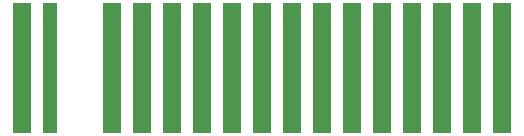
<source format=gbr>
%TF.GenerationSoftware,KiCad,Pcbnew,7.0.9*%
%TF.CreationDate,2024-01-09T01:54:30-03:00*%
%TF.ProjectId,HB-3600_FDC,48422d33-3630-4305-9f46-44432e6b6963,V1.0.0*%
%TF.SameCoordinates,Original*%
%TF.FileFunction,Paste,Top*%
%TF.FilePolarity,Positive*%
%FSLAX46Y46*%
G04 Gerber Fmt 4.6, Leading zero omitted, Abs format (unit mm)*
G04 Created by KiCad (PCBNEW 7.0.9) date 2024-01-09 01:54:30*
%MOMM*%
%LPD*%
G01*
G04 APERTURE LIST*
%ADD10R,1.600000X11.000000*%
%ADD11R,1.300000X11.000000*%
G04 APERTURE END LIST*
D10*
%TO.C,CN2*%
X83375500Y-128270000D03*
D11*
X85725000Y-128257300D03*
D10*
X90995500Y-128270000D03*
X93535500Y-128270000D03*
X96075500Y-128270000D03*
X98615500Y-128270000D03*
X101155500Y-128270000D03*
X103695500Y-128270000D03*
X106235500Y-128270000D03*
X108775500Y-128270000D03*
X111315500Y-128270000D03*
X113855500Y-128270000D03*
X116395500Y-128270000D03*
X118935500Y-128270000D03*
X121475500Y-128270000D03*
X124015500Y-128270000D03*
%TD*%
M02*

</source>
